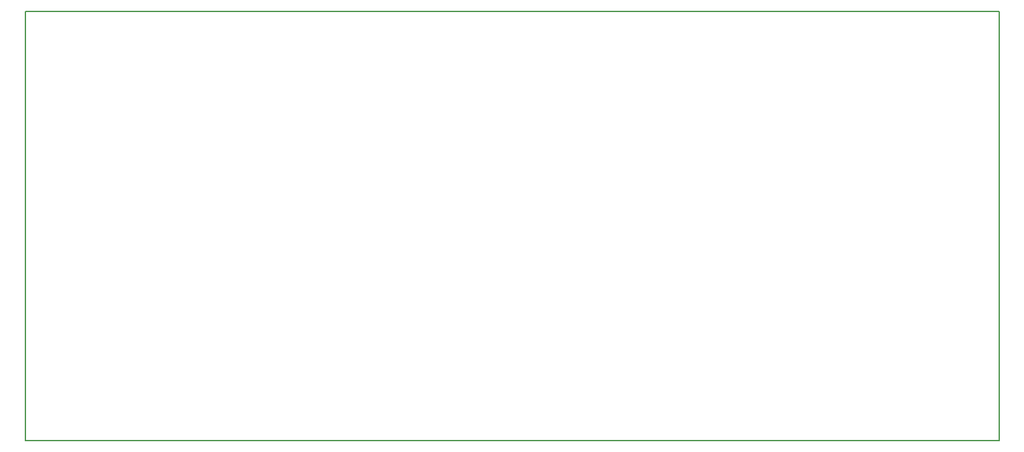
<source format=gbo>
G04 MADE WITH FRITZING*
G04 WWW.FRITZING.ORG*
G04 DOUBLE SIDED*
G04 HOLES PLATED*
G04 CONTOUR ON CENTER OF CONTOUR VECTOR*
%ASAXBY*%
%FSLAX23Y23*%
%MOIN*%
%OFA0B0*%
%SFA1.0B1.0*%
%ADD10R,5.118110X2.260760X5.102110X2.244760*%
%ADD11C,0.008000*%
%LNSILK0*%
G90*
G70*
G54D11*
X4Y2257D02*
X5114Y2257D01*
X5114Y4D01*
X4Y4D01*
X4Y2257D01*
D02*
G04 End of Silk0*
M02*
</source>
